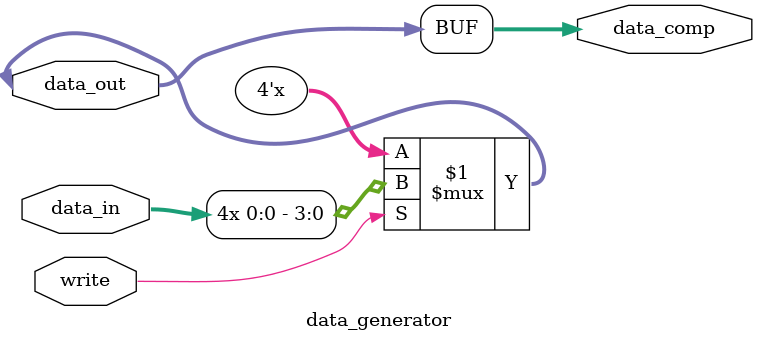
<source format=v>
module data_generator
#(parameter width = 4)(
inout [width-1:0] data_out,
input write,
input data_in,
output [width-1:0] data_comp);

assign data_out =(write)? {width{data_in}}:{width{1'bz}};
assign data_comp = data_out;
endmodule

</source>
